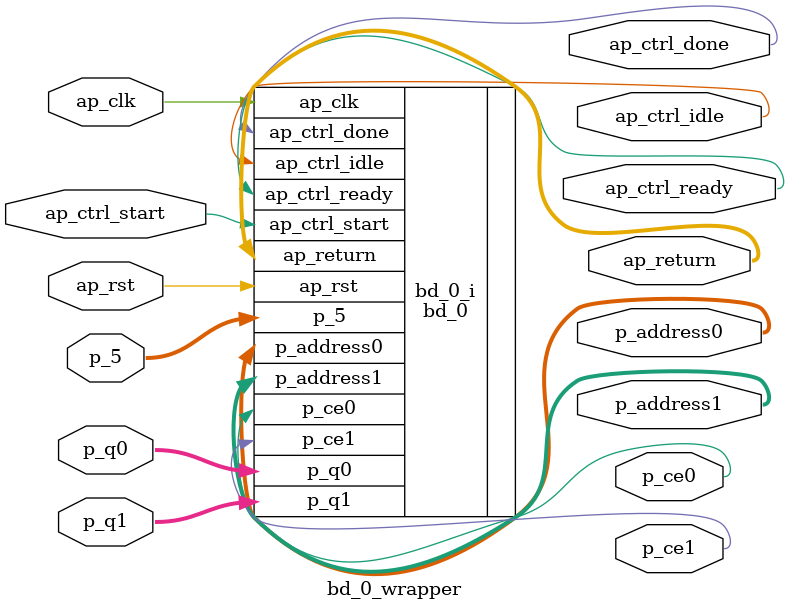
<source format=v>
`timescale 1 ps / 1 ps

module bd_0_wrapper
   (ap_clk,
    ap_ctrl_done,
    ap_ctrl_idle,
    ap_ctrl_ready,
    ap_ctrl_start,
    ap_return,
    ap_rst,
    p_5,
    p_address0,
    p_address1,
    p_ce0,
    p_ce1,
    p_q0,
    p_q1);
  input ap_clk;
  output ap_ctrl_done;
  output ap_ctrl_idle;
  output ap_ctrl_ready;
  input ap_ctrl_start;
  output [7:0]ap_return;
  input ap_rst;
  input [31:0]p_5;
  output [2:0]p_address0;
  output [2:0]p_address1;
  output p_ce0;
  output p_ce1;
  input [63:0]p_q0;
  input [63:0]p_q1;

  wire ap_clk;
  wire ap_ctrl_done;
  wire ap_ctrl_idle;
  wire ap_ctrl_ready;
  wire ap_ctrl_start;
  wire [7:0]ap_return;
  wire ap_rst;
  wire [31:0]p_5;
  wire [2:0]p_address0;
  wire [2:0]p_address1;
  wire p_ce0;
  wire p_ce1;
  wire [63:0]p_q0;
  wire [63:0]p_q1;

  bd_0 bd_0_i
       (.ap_clk(ap_clk),
        .ap_ctrl_done(ap_ctrl_done),
        .ap_ctrl_idle(ap_ctrl_idle),
        .ap_ctrl_ready(ap_ctrl_ready),
        .ap_ctrl_start(ap_ctrl_start),
        .ap_return(ap_return),
        .ap_rst(ap_rst),
        .p_5(p_5),
        .p_address0(p_address0),
        .p_address1(p_address1),
        .p_ce0(p_ce0),
        .p_ce1(p_ce1),
        .p_q0(p_q0),
        .p_q1(p_q1));
endmodule

</source>
